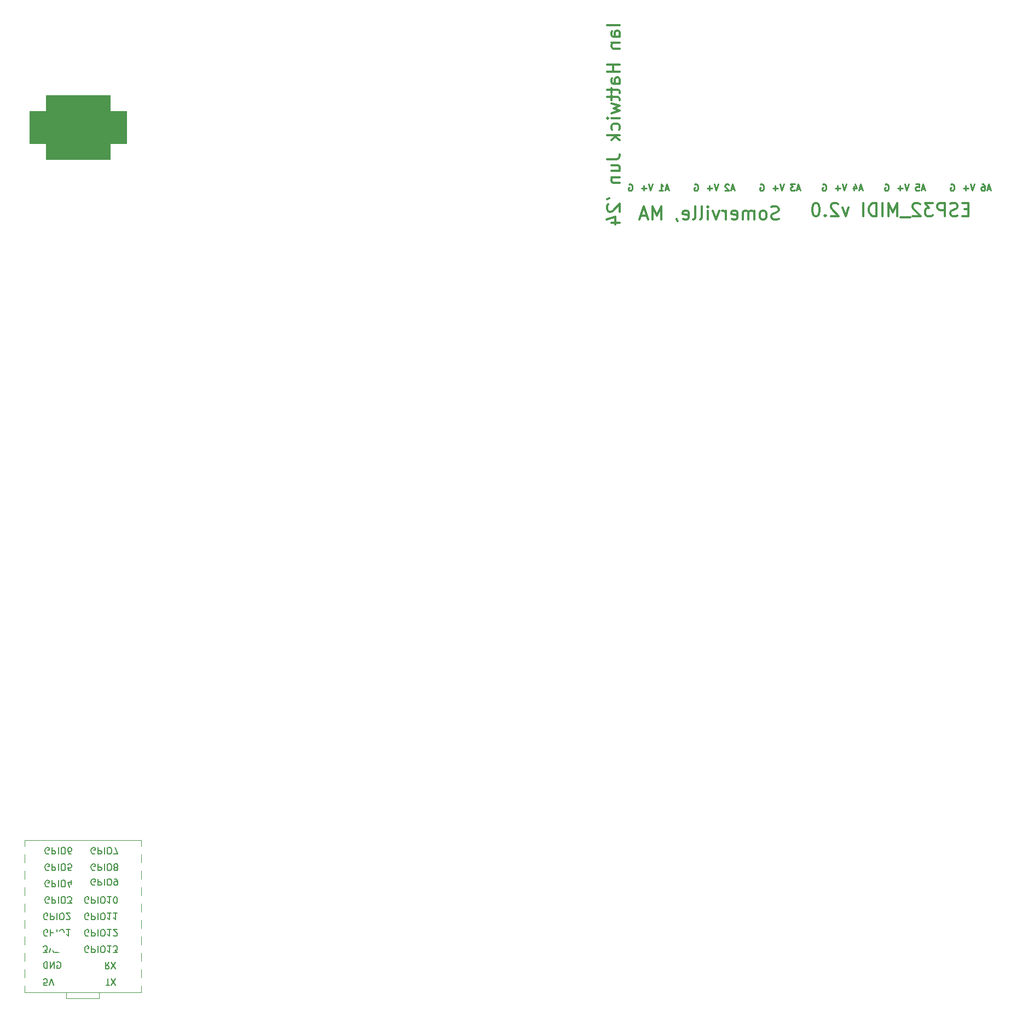
<source format=gbo>
G04 #@! TF.GenerationSoftware,KiCad,Pcbnew,7.0.5-0*
G04 #@! TF.CreationDate,2024-12-12T00:25:15-05:00*
G04 #@! TF.ProjectId,ESP32_MIDI_v3.kicad_pro,45535033-325f-44d4-9944-495f76332e6b,rev?*
G04 #@! TF.SameCoordinates,Original*
G04 #@! TF.FileFunction,Legend,Bot*
G04 #@! TF.FilePolarity,Positive*
%FSLAX46Y46*%
G04 Gerber Fmt 4.6, Leading zero omitted, Abs format (unit mm)*
G04 Created by KiCad (PCBNEW 7.0.5-0) date 2024-12-12 00:25:15*
%MOMM*%
%LPD*%
G01*
G04 APERTURE LIST*
G04 Aperture macros list*
%AMRoundRect*
0 Rectangle with rounded corners*
0 $1 Rounding radius*
0 $2 $3 $4 $5 $6 $7 $8 $9 X,Y pos of 4 corners*
0 Add a 4 corners polygon primitive as box body*
4,1,4,$2,$3,$4,$5,$6,$7,$8,$9,$2,$3,0*
0 Add four circle primitives for the rounded corners*
1,1,$1+$1,$2,$3*
1,1,$1+$1,$4,$5*
1,1,$1+$1,$6,$7*
1,1,$1+$1,$8,$9*
0 Add four rect primitives between the rounded corners*
20,1,$1+$1,$2,$3,$4,$5,0*
20,1,$1+$1,$4,$5,$6,$7,0*
20,1,$1+$1,$6,$7,$8,$9,0*
20,1,$1+$1,$8,$9,$2,$3,0*%
%AMFreePoly0*
4,1,25,0.515063,3.095106,0.530902,3.095106,0.543715,3.085796,0.558779,3.080902,0.568088,3.068088,0.580902,3.058779,0.585796,3.043715,0.595106,3.030902,0.595106,3.015062,0.600000,3.000000,0.600000,-1.000000,-0.600000,-1.000000,-0.600000,3.000000,-0.595106,3.015062,-0.595106,3.030902,-0.585796,3.043715,-0.580902,3.058779,-0.568088,3.068088,-0.558779,3.080902,-0.543715,3.085796,
-0.530902,3.095106,-0.515063,3.095106,-0.500000,3.100000,0.500000,3.100000,0.515063,3.095106,0.515063,3.095106,$1*%
G04 Aperture macros list end*
%ADD10C,0.250000*%
%ADD11C,0.300000*%
%ADD12C,0.150000*%
%ADD13C,0.120000*%
%ADD14C,2.340000*%
%ADD15C,3.200000*%
%ADD16FreePoly0,90.000000*%
%ADD17FreePoly0,270.000000*%
%ADD18RoundRect,2.500000X5.000000X2.500000X-5.000000X2.500000X-5.000000X-2.500000X5.000000X-2.500000X0*%
%ADD19R,1.800000X1.800000*%
%ADD20C,1.800000*%
G04 APERTURE END LIST*
D10*
X158744288Y-56776619D02*
X158410955Y-57776619D01*
X158410955Y-57776619D02*
X158077622Y-56776619D01*
X157744288Y-57395666D02*
X156982384Y-57395666D01*
X157363336Y-57776619D02*
X157363336Y-57014714D01*
X125057622Y-56824238D02*
X125152860Y-56776619D01*
X125152860Y-56776619D02*
X125295717Y-56776619D01*
X125295717Y-56776619D02*
X125438574Y-56824238D01*
X125438574Y-56824238D02*
X125533812Y-56919476D01*
X125533812Y-56919476D02*
X125581431Y-57014714D01*
X125581431Y-57014714D02*
X125629050Y-57205190D01*
X125629050Y-57205190D02*
X125629050Y-57348047D01*
X125629050Y-57348047D02*
X125581431Y-57538523D01*
X125581431Y-57538523D02*
X125533812Y-57633761D01*
X125533812Y-57633761D02*
X125438574Y-57729000D01*
X125438574Y-57729000D02*
X125295717Y-57776619D01*
X125295717Y-57776619D02*
X125200479Y-57776619D01*
X125200479Y-57776619D02*
X125057622Y-57729000D01*
X125057622Y-57729000D02*
X125010003Y-57681380D01*
X125010003Y-57681380D02*
X125010003Y-57348047D01*
X125010003Y-57348047D02*
X125200479Y-57348047D01*
X128772288Y-56776619D02*
X128438955Y-57776619D01*
X128438955Y-57776619D02*
X128105622Y-56776619D01*
X127772288Y-57395666D02*
X127010384Y-57395666D01*
X127391336Y-57776619D02*
X127391336Y-57014714D01*
X174841622Y-56824238D02*
X174936860Y-56776619D01*
X174936860Y-56776619D02*
X175079717Y-56776619D01*
X175079717Y-56776619D02*
X175222574Y-56824238D01*
X175222574Y-56824238D02*
X175317812Y-56919476D01*
X175317812Y-56919476D02*
X175365431Y-57014714D01*
X175365431Y-57014714D02*
X175413050Y-57205190D01*
X175413050Y-57205190D02*
X175413050Y-57348047D01*
X175413050Y-57348047D02*
X175365431Y-57538523D01*
X175365431Y-57538523D02*
X175317812Y-57633761D01*
X175317812Y-57633761D02*
X175222574Y-57729000D01*
X175222574Y-57729000D02*
X175079717Y-57776619D01*
X175079717Y-57776619D02*
X174984479Y-57776619D01*
X174984479Y-57776619D02*
X174841622Y-57729000D01*
X174841622Y-57729000D02*
X174794003Y-57681380D01*
X174794003Y-57681380D02*
X174794003Y-57348047D01*
X174794003Y-57348047D02*
X174984479Y-57348047D01*
X145377622Y-56824238D02*
X145472860Y-56776619D01*
X145472860Y-56776619D02*
X145615717Y-56776619D01*
X145615717Y-56776619D02*
X145758574Y-56824238D01*
X145758574Y-56824238D02*
X145853812Y-56919476D01*
X145853812Y-56919476D02*
X145901431Y-57014714D01*
X145901431Y-57014714D02*
X145949050Y-57205190D01*
X145949050Y-57205190D02*
X145949050Y-57348047D01*
X145949050Y-57348047D02*
X145901431Y-57538523D01*
X145901431Y-57538523D02*
X145853812Y-57633761D01*
X145853812Y-57633761D02*
X145758574Y-57729000D01*
X145758574Y-57729000D02*
X145615717Y-57776619D01*
X145615717Y-57776619D02*
X145520479Y-57776619D01*
X145520479Y-57776619D02*
X145377622Y-57729000D01*
X145377622Y-57729000D02*
X145330003Y-57681380D01*
X145330003Y-57681380D02*
X145330003Y-57348047D01*
X145330003Y-57348047D02*
X145520479Y-57348047D01*
D11*
X123691638Y-32169558D02*
X121691638Y-32169558D01*
X123691638Y-33979082D02*
X122644019Y-33979082D01*
X122644019Y-33979082D02*
X122453542Y-33883844D01*
X122453542Y-33883844D02*
X122358304Y-33693368D01*
X122358304Y-33693368D02*
X122358304Y-33312415D01*
X122358304Y-33312415D02*
X122453542Y-33121939D01*
X123596400Y-33979082D02*
X123691638Y-33788606D01*
X123691638Y-33788606D02*
X123691638Y-33312415D01*
X123691638Y-33312415D02*
X123596400Y-33121939D01*
X123596400Y-33121939D02*
X123405923Y-33026701D01*
X123405923Y-33026701D02*
X123215447Y-33026701D01*
X123215447Y-33026701D02*
X123024971Y-33121939D01*
X123024971Y-33121939D02*
X122929733Y-33312415D01*
X122929733Y-33312415D02*
X122929733Y-33788606D01*
X122929733Y-33788606D02*
X122834495Y-33979082D01*
X122358304Y-34931463D02*
X123691638Y-34931463D01*
X122548780Y-34931463D02*
X122453542Y-35026701D01*
X122453542Y-35026701D02*
X122358304Y-35217177D01*
X122358304Y-35217177D02*
X122358304Y-35502892D01*
X122358304Y-35502892D02*
X122453542Y-35693368D01*
X122453542Y-35693368D02*
X122644019Y-35788606D01*
X122644019Y-35788606D02*
X123691638Y-35788606D01*
X123691638Y-38264797D02*
X121691638Y-38264797D01*
X122644019Y-38264797D02*
X122644019Y-39407654D01*
X123691638Y-39407654D02*
X121691638Y-39407654D01*
X123691638Y-41217178D02*
X122644019Y-41217178D01*
X122644019Y-41217178D02*
X122453542Y-41121940D01*
X122453542Y-41121940D02*
X122358304Y-40931464D01*
X122358304Y-40931464D02*
X122358304Y-40550511D01*
X122358304Y-40550511D02*
X122453542Y-40360035D01*
X123596400Y-41217178D02*
X123691638Y-41026702D01*
X123691638Y-41026702D02*
X123691638Y-40550511D01*
X123691638Y-40550511D02*
X123596400Y-40360035D01*
X123596400Y-40360035D02*
X123405923Y-40264797D01*
X123405923Y-40264797D02*
X123215447Y-40264797D01*
X123215447Y-40264797D02*
X123024971Y-40360035D01*
X123024971Y-40360035D02*
X122929733Y-40550511D01*
X122929733Y-40550511D02*
X122929733Y-41026702D01*
X122929733Y-41026702D02*
X122834495Y-41217178D01*
X122358304Y-41883845D02*
X122358304Y-42645749D01*
X121691638Y-42169559D02*
X123405923Y-42169559D01*
X123405923Y-42169559D02*
X123596400Y-42264797D01*
X123596400Y-42264797D02*
X123691638Y-42455273D01*
X123691638Y-42455273D02*
X123691638Y-42645749D01*
X122358304Y-43026702D02*
X122358304Y-43788606D01*
X121691638Y-43312416D02*
X123405923Y-43312416D01*
X123405923Y-43312416D02*
X123596400Y-43407654D01*
X123596400Y-43407654D02*
X123691638Y-43598130D01*
X123691638Y-43598130D02*
X123691638Y-43788606D01*
X122358304Y-44264797D02*
X123691638Y-44645749D01*
X123691638Y-44645749D02*
X122739257Y-45026702D01*
X122739257Y-45026702D02*
X123691638Y-45407654D01*
X123691638Y-45407654D02*
X122358304Y-45788606D01*
X123691638Y-46550511D02*
X122358304Y-46550511D01*
X121691638Y-46550511D02*
X121786876Y-46455273D01*
X121786876Y-46455273D02*
X121882114Y-46550511D01*
X121882114Y-46550511D02*
X121786876Y-46645749D01*
X121786876Y-46645749D02*
X121691638Y-46550511D01*
X121691638Y-46550511D02*
X121882114Y-46550511D01*
X123596400Y-48360035D02*
X123691638Y-48169559D01*
X123691638Y-48169559D02*
X123691638Y-47788606D01*
X123691638Y-47788606D02*
X123596400Y-47598130D01*
X123596400Y-47598130D02*
X123501161Y-47502892D01*
X123501161Y-47502892D02*
X123310685Y-47407654D01*
X123310685Y-47407654D02*
X122739257Y-47407654D01*
X122739257Y-47407654D02*
X122548780Y-47502892D01*
X122548780Y-47502892D02*
X122453542Y-47598130D01*
X122453542Y-47598130D02*
X122358304Y-47788606D01*
X122358304Y-47788606D02*
X122358304Y-48169559D01*
X122358304Y-48169559D02*
X122453542Y-48360035D01*
X123691638Y-49217178D02*
X121691638Y-49217178D01*
X122929733Y-49407654D02*
X123691638Y-49979083D01*
X122358304Y-49979083D02*
X123120209Y-49217178D01*
X121691638Y-52931465D02*
X123120209Y-52931465D01*
X123120209Y-52931465D02*
X123405923Y-52836226D01*
X123405923Y-52836226D02*
X123596400Y-52645750D01*
X123596400Y-52645750D02*
X123691638Y-52360036D01*
X123691638Y-52360036D02*
X123691638Y-52169560D01*
X122358304Y-54740989D02*
X123691638Y-54740989D01*
X122358304Y-53883846D02*
X123405923Y-53883846D01*
X123405923Y-53883846D02*
X123596400Y-53979084D01*
X123596400Y-53979084D02*
X123691638Y-54169560D01*
X123691638Y-54169560D02*
X123691638Y-54455275D01*
X123691638Y-54455275D02*
X123596400Y-54645751D01*
X123596400Y-54645751D02*
X123501161Y-54740989D01*
X122358304Y-55693370D02*
X123691638Y-55693370D01*
X122548780Y-55693370D02*
X122453542Y-55788608D01*
X122453542Y-55788608D02*
X122358304Y-55979084D01*
X122358304Y-55979084D02*
X122358304Y-56264799D01*
X122358304Y-56264799D02*
X122453542Y-56455275D01*
X122453542Y-56455275D02*
X122644019Y-56550513D01*
X122644019Y-56550513D02*
X123691638Y-56550513D01*
X121691638Y-59121942D02*
X122072590Y-58931466D01*
X121882114Y-59883847D02*
X121786876Y-59979085D01*
X121786876Y-59979085D02*
X121691638Y-60169561D01*
X121691638Y-60169561D02*
X121691638Y-60645752D01*
X121691638Y-60645752D02*
X121786876Y-60836228D01*
X121786876Y-60836228D02*
X121882114Y-60931466D01*
X121882114Y-60931466D02*
X122072590Y-61026704D01*
X122072590Y-61026704D02*
X122263066Y-61026704D01*
X122263066Y-61026704D02*
X122548780Y-60931466D01*
X122548780Y-60931466D02*
X123691638Y-59788609D01*
X123691638Y-59788609D02*
X123691638Y-61026704D01*
X122358304Y-62740990D02*
X123691638Y-62740990D01*
X121596400Y-62264799D02*
X123024971Y-61788609D01*
X123024971Y-61788609D02*
X123024971Y-63026704D01*
D10*
X168396288Y-56776619D02*
X168062955Y-57776619D01*
X168062955Y-57776619D02*
X167729622Y-56776619D01*
X167396288Y-57395666D02*
X166634384Y-57395666D01*
X167015336Y-57776619D02*
X167015336Y-57014714D01*
X178556288Y-56776619D02*
X178222955Y-57776619D01*
X178222955Y-57776619D02*
X177889622Y-56776619D01*
X177556288Y-57395666D02*
X176794384Y-57395666D01*
X177175336Y-57776619D02*
X177175336Y-57014714D01*
X164681622Y-56824238D02*
X164776860Y-56776619D01*
X164776860Y-56776619D02*
X164919717Y-56776619D01*
X164919717Y-56776619D02*
X165062574Y-56824238D01*
X165062574Y-56824238D02*
X165157812Y-56919476D01*
X165157812Y-56919476D02*
X165205431Y-57014714D01*
X165205431Y-57014714D02*
X165253050Y-57205190D01*
X165253050Y-57205190D02*
X165253050Y-57348047D01*
X165253050Y-57348047D02*
X165205431Y-57538523D01*
X165205431Y-57538523D02*
X165157812Y-57633761D01*
X165157812Y-57633761D02*
X165062574Y-57729000D01*
X165062574Y-57729000D02*
X164919717Y-57776619D01*
X164919717Y-57776619D02*
X164824479Y-57776619D01*
X164824479Y-57776619D02*
X164681622Y-57729000D01*
X164681622Y-57729000D02*
X164634003Y-57681380D01*
X164634003Y-57681380D02*
X164634003Y-57348047D01*
X164634003Y-57348047D02*
X164824479Y-57348047D01*
D11*
X148265679Y-62128400D02*
X147979965Y-62223638D01*
X147979965Y-62223638D02*
X147503774Y-62223638D01*
X147503774Y-62223638D02*
X147313298Y-62128400D01*
X147313298Y-62128400D02*
X147218060Y-62033161D01*
X147218060Y-62033161D02*
X147122822Y-61842685D01*
X147122822Y-61842685D02*
X147122822Y-61652209D01*
X147122822Y-61652209D02*
X147218060Y-61461733D01*
X147218060Y-61461733D02*
X147313298Y-61366495D01*
X147313298Y-61366495D02*
X147503774Y-61271257D01*
X147503774Y-61271257D02*
X147884727Y-61176019D01*
X147884727Y-61176019D02*
X148075203Y-61080780D01*
X148075203Y-61080780D02*
X148170441Y-60985542D01*
X148170441Y-60985542D02*
X148265679Y-60795066D01*
X148265679Y-60795066D02*
X148265679Y-60604590D01*
X148265679Y-60604590D02*
X148170441Y-60414114D01*
X148170441Y-60414114D02*
X148075203Y-60318876D01*
X148075203Y-60318876D02*
X147884727Y-60223638D01*
X147884727Y-60223638D02*
X147408536Y-60223638D01*
X147408536Y-60223638D02*
X147122822Y-60318876D01*
X145979965Y-62223638D02*
X146170441Y-62128400D01*
X146170441Y-62128400D02*
X146265679Y-62033161D01*
X146265679Y-62033161D02*
X146360917Y-61842685D01*
X146360917Y-61842685D02*
X146360917Y-61271257D01*
X146360917Y-61271257D02*
X146265679Y-61080780D01*
X146265679Y-61080780D02*
X146170441Y-60985542D01*
X146170441Y-60985542D02*
X145979965Y-60890304D01*
X145979965Y-60890304D02*
X145694250Y-60890304D01*
X145694250Y-60890304D02*
X145503774Y-60985542D01*
X145503774Y-60985542D02*
X145408536Y-61080780D01*
X145408536Y-61080780D02*
X145313298Y-61271257D01*
X145313298Y-61271257D02*
X145313298Y-61842685D01*
X145313298Y-61842685D02*
X145408536Y-62033161D01*
X145408536Y-62033161D02*
X145503774Y-62128400D01*
X145503774Y-62128400D02*
X145694250Y-62223638D01*
X145694250Y-62223638D02*
X145979965Y-62223638D01*
X144456155Y-62223638D02*
X144456155Y-60890304D01*
X144456155Y-61080780D02*
X144360917Y-60985542D01*
X144360917Y-60985542D02*
X144170441Y-60890304D01*
X144170441Y-60890304D02*
X143884726Y-60890304D01*
X143884726Y-60890304D02*
X143694250Y-60985542D01*
X143694250Y-60985542D02*
X143599012Y-61176019D01*
X143599012Y-61176019D02*
X143599012Y-62223638D01*
X143599012Y-61176019D02*
X143503774Y-60985542D01*
X143503774Y-60985542D02*
X143313298Y-60890304D01*
X143313298Y-60890304D02*
X143027584Y-60890304D01*
X143027584Y-60890304D02*
X142837107Y-60985542D01*
X142837107Y-60985542D02*
X142741869Y-61176019D01*
X142741869Y-61176019D02*
X142741869Y-62223638D01*
X141027583Y-62128400D02*
X141218059Y-62223638D01*
X141218059Y-62223638D02*
X141599012Y-62223638D01*
X141599012Y-62223638D02*
X141789488Y-62128400D01*
X141789488Y-62128400D02*
X141884726Y-61937923D01*
X141884726Y-61937923D02*
X141884726Y-61176019D01*
X141884726Y-61176019D02*
X141789488Y-60985542D01*
X141789488Y-60985542D02*
X141599012Y-60890304D01*
X141599012Y-60890304D02*
X141218059Y-60890304D01*
X141218059Y-60890304D02*
X141027583Y-60985542D01*
X141027583Y-60985542D02*
X140932345Y-61176019D01*
X140932345Y-61176019D02*
X140932345Y-61366495D01*
X140932345Y-61366495D02*
X141884726Y-61556971D01*
X140075202Y-62223638D02*
X140075202Y-60890304D01*
X140075202Y-61271257D02*
X139979964Y-61080780D01*
X139979964Y-61080780D02*
X139884726Y-60985542D01*
X139884726Y-60985542D02*
X139694250Y-60890304D01*
X139694250Y-60890304D02*
X139503773Y-60890304D01*
X139027583Y-60890304D02*
X138551393Y-62223638D01*
X138551393Y-62223638D02*
X138075202Y-60890304D01*
X137313297Y-62223638D02*
X137313297Y-60890304D01*
X137313297Y-60223638D02*
X137408535Y-60318876D01*
X137408535Y-60318876D02*
X137313297Y-60414114D01*
X137313297Y-60414114D02*
X137218059Y-60318876D01*
X137218059Y-60318876D02*
X137313297Y-60223638D01*
X137313297Y-60223638D02*
X137313297Y-60414114D01*
X136075202Y-62223638D02*
X136265678Y-62128400D01*
X136265678Y-62128400D02*
X136360916Y-61937923D01*
X136360916Y-61937923D02*
X136360916Y-60223638D01*
X135027583Y-62223638D02*
X135218059Y-62128400D01*
X135218059Y-62128400D02*
X135313297Y-61937923D01*
X135313297Y-61937923D02*
X135313297Y-60223638D01*
X133503773Y-62128400D02*
X133694249Y-62223638D01*
X133694249Y-62223638D02*
X134075202Y-62223638D01*
X134075202Y-62223638D02*
X134265678Y-62128400D01*
X134265678Y-62128400D02*
X134360916Y-61937923D01*
X134360916Y-61937923D02*
X134360916Y-61176019D01*
X134360916Y-61176019D02*
X134265678Y-60985542D01*
X134265678Y-60985542D02*
X134075202Y-60890304D01*
X134075202Y-60890304D02*
X133694249Y-60890304D01*
X133694249Y-60890304D02*
X133503773Y-60985542D01*
X133503773Y-60985542D02*
X133408535Y-61176019D01*
X133408535Y-61176019D02*
X133408535Y-61366495D01*
X133408535Y-61366495D02*
X134360916Y-61556971D01*
X132456154Y-62128400D02*
X132456154Y-62223638D01*
X132456154Y-62223638D02*
X132551392Y-62414114D01*
X132551392Y-62414114D02*
X132646630Y-62509352D01*
X130075201Y-62223638D02*
X130075201Y-60223638D01*
X130075201Y-60223638D02*
X129408534Y-61652209D01*
X129408534Y-61652209D02*
X128741868Y-60223638D01*
X128741868Y-60223638D02*
X128741868Y-62223638D01*
X127884725Y-61652209D02*
X126932344Y-61652209D01*
X128075201Y-62223638D02*
X127408535Y-60223638D01*
X127408535Y-60223638D02*
X126741868Y-62223638D01*
D10*
X170841050Y-57490904D02*
X170364860Y-57490904D01*
X170936288Y-57776619D02*
X170602955Y-56776619D01*
X170602955Y-56776619D02*
X170269622Y-57776619D01*
X169460098Y-56776619D02*
X169936288Y-56776619D01*
X169936288Y-56776619D02*
X169983907Y-57252809D01*
X169983907Y-57252809D02*
X169936288Y-57205190D01*
X169936288Y-57205190D02*
X169841050Y-57157571D01*
X169841050Y-57157571D02*
X169602955Y-57157571D01*
X169602955Y-57157571D02*
X169507717Y-57205190D01*
X169507717Y-57205190D02*
X169460098Y-57252809D01*
X169460098Y-57252809D02*
X169412479Y-57348047D01*
X169412479Y-57348047D02*
X169412479Y-57586142D01*
X169412479Y-57586142D02*
X169460098Y-57681380D01*
X169460098Y-57681380D02*
X169507717Y-57729000D01*
X169507717Y-57729000D02*
X169602955Y-57776619D01*
X169602955Y-57776619D02*
X169841050Y-57776619D01*
X169841050Y-57776619D02*
X169936288Y-57729000D01*
X169936288Y-57729000D02*
X169983907Y-57681380D01*
X151537050Y-57490904D02*
X151060860Y-57490904D01*
X151632288Y-57776619D02*
X151298955Y-56776619D01*
X151298955Y-56776619D02*
X150965622Y-57776619D01*
X150727526Y-56776619D02*
X150108479Y-56776619D01*
X150108479Y-56776619D02*
X150441812Y-57157571D01*
X150441812Y-57157571D02*
X150298955Y-57157571D01*
X150298955Y-57157571D02*
X150203717Y-57205190D01*
X150203717Y-57205190D02*
X150156098Y-57252809D01*
X150156098Y-57252809D02*
X150108479Y-57348047D01*
X150108479Y-57348047D02*
X150108479Y-57586142D01*
X150108479Y-57586142D02*
X150156098Y-57681380D01*
X150156098Y-57681380D02*
X150203717Y-57729000D01*
X150203717Y-57729000D02*
X150298955Y-57776619D01*
X150298955Y-57776619D02*
X150584669Y-57776619D01*
X150584669Y-57776619D02*
X150679907Y-57729000D01*
X150679907Y-57729000D02*
X150727526Y-57681380D01*
X181001050Y-57490904D02*
X180524860Y-57490904D01*
X181096288Y-57776619D02*
X180762955Y-56776619D01*
X180762955Y-56776619D02*
X180429622Y-57776619D01*
X179667717Y-56776619D02*
X179858193Y-56776619D01*
X179858193Y-56776619D02*
X179953431Y-56824238D01*
X179953431Y-56824238D02*
X180001050Y-56871857D01*
X180001050Y-56871857D02*
X180096288Y-57014714D01*
X180096288Y-57014714D02*
X180143907Y-57205190D01*
X180143907Y-57205190D02*
X180143907Y-57586142D01*
X180143907Y-57586142D02*
X180096288Y-57681380D01*
X180096288Y-57681380D02*
X180048669Y-57729000D01*
X180048669Y-57729000D02*
X179953431Y-57776619D01*
X179953431Y-57776619D02*
X179762955Y-57776619D01*
X179762955Y-57776619D02*
X179667717Y-57729000D01*
X179667717Y-57729000D02*
X179620098Y-57681380D01*
X179620098Y-57681380D02*
X179572479Y-57586142D01*
X179572479Y-57586142D02*
X179572479Y-57348047D01*
X179572479Y-57348047D02*
X179620098Y-57252809D01*
X179620098Y-57252809D02*
X179667717Y-57205190D01*
X179667717Y-57205190D02*
X179762955Y-57157571D01*
X179762955Y-57157571D02*
X179953431Y-57157571D01*
X179953431Y-57157571D02*
X180048669Y-57205190D01*
X180048669Y-57205190D02*
X180096288Y-57252809D01*
X180096288Y-57252809D02*
X180143907Y-57348047D01*
X149092288Y-56776619D02*
X148758955Y-57776619D01*
X148758955Y-57776619D02*
X148425622Y-56776619D01*
X148092288Y-57395666D02*
X147330384Y-57395666D01*
X147711336Y-57776619D02*
X147711336Y-57014714D01*
X138932288Y-56776619D02*
X138598955Y-57776619D01*
X138598955Y-57776619D02*
X138265622Y-56776619D01*
X137932288Y-57395666D02*
X137170384Y-57395666D01*
X137551336Y-57776619D02*
X137551336Y-57014714D01*
X161189050Y-57490904D02*
X160712860Y-57490904D01*
X161284288Y-57776619D02*
X160950955Y-56776619D01*
X160950955Y-56776619D02*
X160617622Y-57776619D01*
X159855717Y-57109952D02*
X159855717Y-57776619D01*
X160093812Y-56729000D02*
X160331907Y-57443285D01*
X160331907Y-57443285D02*
X159712860Y-57443285D01*
D11*
X177634441Y-60668019D02*
X176967774Y-60668019D01*
X176682060Y-61715638D02*
X177634441Y-61715638D01*
X177634441Y-61715638D02*
X177634441Y-59715638D01*
X177634441Y-59715638D02*
X176682060Y-59715638D01*
X175920155Y-61620400D02*
X175634441Y-61715638D01*
X175634441Y-61715638D02*
X175158250Y-61715638D01*
X175158250Y-61715638D02*
X174967774Y-61620400D01*
X174967774Y-61620400D02*
X174872536Y-61525161D01*
X174872536Y-61525161D02*
X174777298Y-61334685D01*
X174777298Y-61334685D02*
X174777298Y-61144209D01*
X174777298Y-61144209D02*
X174872536Y-60953733D01*
X174872536Y-60953733D02*
X174967774Y-60858495D01*
X174967774Y-60858495D02*
X175158250Y-60763257D01*
X175158250Y-60763257D02*
X175539203Y-60668019D01*
X175539203Y-60668019D02*
X175729679Y-60572780D01*
X175729679Y-60572780D02*
X175824917Y-60477542D01*
X175824917Y-60477542D02*
X175920155Y-60287066D01*
X175920155Y-60287066D02*
X175920155Y-60096590D01*
X175920155Y-60096590D02*
X175824917Y-59906114D01*
X175824917Y-59906114D02*
X175729679Y-59810876D01*
X175729679Y-59810876D02*
X175539203Y-59715638D01*
X175539203Y-59715638D02*
X175063012Y-59715638D01*
X175063012Y-59715638D02*
X174777298Y-59810876D01*
X173920155Y-61715638D02*
X173920155Y-59715638D01*
X173920155Y-59715638D02*
X173158250Y-59715638D01*
X173158250Y-59715638D02*
X172967774Y-59810876D01*
X172967774Y-59810876D02*
X172872536Y-59906114D01*
X172872536Y-59906114D02*
X172777298Y-60096590D01*
X172777298Y-60096590D02*
X172777298Y-60382304D01*
X172777298Y-60382304D02*
X172872536Y-60572780D01*
X172872536Y-60572780D02*
X172967774Y-60668019D01*
X172967774Y-60668019D02*
X173158250Y-60763257D01*
X173158250Y-60763257D02*
X173920155Y-60763257D01*
X172110631Y-59715638D02*
X170872536Y-59715638D01*
X170872536Y-59715638D02*
X171539203Y-60477542D01*
X171539203Y-60477542D02*
X171253488Y-60477542D01*
X171253488Y-60477542D02*
X171063012Y-60572780D01*
X171063012Y-60572780D02*
X170967774Y-60668019D01*
X170967774Y-60668019D02*
X170872536Y-60858495D01*
X170872536Y-60858495D02*
X170872536Y-61334685D01*
X170872536Y-61334685D02*
X170967774Y-61525161D01*
X170967774Y-61525161D02*
X171063012Y-61620400D01*
X171063012Y-61620400D02*
X171253488Y-61715638D01*
X171253488Y-61715638D02*
X171824917Y-61715638D01*
X171824917Y-61715638D02*
X172015393Y-61620400D01*
X172015393Y-61620400D02*
X172110631Y-61525161D01*
X170110631Y-59906114D02*
X170015393Y-59810876D01*
X170015393Y-59810876D02*
X169824917Y-59715638D01*
X169824917Y-59715638D02*
X169348726Y-59715638D01*
X169348726Y-59715638D02*
X169158250Y-59810876D01*
X169158250Y-59810876D02*
X169063012Y-59906114D01*
X169063012Y-59906114D02*
X168967774Y-60096590D01*
X168967774Y-60096590D02*
X168967774Y-60287066D01*
X168967774Y-60287066D02*
X169063012Y-60572780D01*
X169063012Y-60572780D02*
X170205869Y-61715638D01*
X170205869Y-61715638D02*
X168967774Y-61715638D01*
X168586822Y-61906114D02*
X167063012Y-61906114D01*
X166586821Y-61715638D02*
X166586821Y-59715638D01*
X166586821Y-59715638D02*
X165920154Y-61144209D01*
X165920154Y-61144209D02*
X165253488Y-59715638D01*
X165253488Y-59715638D02*
X165253488Y-61715638D01*
X164301107Y-61715638D02*
X164301107Y-59715638D01*
X163348726Y-61715638D02*
X163348726Y-59715638D01*
X163348726Y-59715638D02*
X162872536Y-59715638D01*
X162872536Y-59715638D02*
X162586821Y-59810876D01*
X162586821Y-59810876D02*
X162396345Y-60001352D01*
X162396345Y-60001352D02*
X162301107Y-60191828D01*
X162301107Y-60191828D02*
X162205869Y-60572780D01*
X162205869Y-60572780D02*
X162205869Y-60858495D01*
X162205869Y-60858495D02*
X162301107Y-61239447D01*
X162301107Y-61239447D02*
X162396345Y-61429923D01*
X162396345Y-61429923D02*
X162586821Y-61620400D01*
X162586821Y-61620400D02*
X162872536Y-61715638D01*
X162872536Y-61715638D02*
X163348726Y-61715638D01*
X161348726Y-61715638D02*
X161348726Y-59715638D01*
X159063011Y-60382304D02*
X158586821Y-61715638D01*
X158586821Y-61715638D02*
X158110630Y-60382304D01*
X157443963Y-59906114D02*
X157348725Y-59810876D01*
X157348725Y-59810876D02*
X157158249Y-59715638D01*
X157158249Y-59715638D02*
X156682058Y-59715638D01*
X156682058Y-59715638D02*
X156491582Y-59810876D01*
X156491582Y-59810876D02*
X156396344Y-59906114D01*
X156396344Y-59906114D02*
X156301106Y-60096590D01*
X156301106Y-60096590D02*
X156301106Y-60287066D01*
X156301106Y-60287066D02*
X156396344Y-60572780D01*
X156396344Y-60572780D02*
X157539201Y-61715638D01*
X157539201Y-61715638D02*
X156301106Y-61715638D01*
X155443963Y-61525161D02*
X155348725Y-61620400D01*
X155348725Y-61620400D02*
X155443963Y-61715638D01*
X155443963Y-61715638D02*
X155539201Y-61620400D01*
X155539201Y-61620400D02*
X155443963Y-61525161D01*
X155443963Y-61525161D02*
X155443963Y-61715638D01*
X154110630Y-59715638D02*
X153920153Y-59715638D01*
X153920153Y-59715638D02*
X153729677Y-59810876D01*
X153729677Y-59810876D02*
X153634439Y-59906114D01*
X153634439Y-59906114D02*
X153539201Y-60096590D01*
X153539201Y-60096590D02*
X153443963Y-60477542D01*
X153443963Y-60477542D02*
X153443963Y-60953733D01*
X153443963Y-60953733D02*
X153539201Y-61334685D01*
X153539201Y-61334685D02*
X153634439Y-61525161D01*
X153634439Y-61525161D02*
X153729677Y-61620400D01*
X153729677Y-61620400D02*
X153920153Y-61715638D01*
X153920153Y-61715638D02*
X154110630Y-61715638D01*
X154110630Y-61715638D02*
X154301106Y-61620400D01*
X154301106Y-61620400D02*
X154396344Y-61525161D01*
X154396344Y-61525161D02*
X154491582Y-61334685D01*
X154491582Y-61334685D02*
X154586820Y-60953733D01*
X154586820Y-60953733D02*
X154586820Y-60477542D01*
X154586820Y-60477542D02*
X154491582Y-60096590D01*
X154491582Y-60096590D02*
X154396344Y-59906114D01*
X154396344Y-59906114D02*
X154301106Y-59810876D01*
X154301106Y-59810876D02*
X154110630Y-59715638D01*
D10*
X135217622Y-56824238D02*
X135312860Y-56776619D01*
X135312860Y-56776619D02*
X135455717Y-56776619D01*
X135455717Y-56776619D02*
X135598574Y-56824238D01*
X135598574Y-56824238D02*
X135693812Y-56919476D01*
X135693812Y-56919476D02*
X135741431Y-57014714D01*
X135741431Y-57014714D02*
X135789050Y-57205190D01*
X135789050Y-57205190D02*
X135789050Y-57348047D01*
X135789050Y-57348047D02*
X135741431Y-57538523D01*
X135741431Y-57538523D02*
X135693812Y-57633761D01*
X135693812Y-57633761D02*
X135598574Y-57729000D01*
X135598574Y-57729000D02*
X135455717Y-57776619D01*
X135455717Y-57776619D02*
X135360479Y-57776619D01*
X135360479Y-57776619D02*
X135217622Y-57729000D01*
X135217622Y-57729000D02*
X135170003Y-57681380D01*
X135170003Y-57681380D02*
X135170003Y-57348047D01*
X135170003Y-57348047D02*
X135360479Y-57348047D01*
X155029622Y-56824238D02*
X155124860Y-56776619D01*
X155124860Y-56776619D02*
X155267717Y-56776619D01*
X155267717Y-56776619D02*
X155410574Y-56824238D01*
X155410574Y-56824238D02*
X155505812Y-56919476D01*
X155505812Y-56919476D02*
X155553431Y-57014714D01*
X155553431Y-57014714D02*
X155601050Y-57205190D01*
X155601050Y-57205190D02*
X155601050Y-57348047D01*
X155601050Y-57348047D02*
X155553431Y-57538523D01*
X155553431Y-57538523D02*
X155505812Y-57633761D01*
X155505812Y-57633761D02*
X155410574Y-57729000D01*
X155410574Y-57729000D02*
X155267717Y-57776619D01*
X155267717Y-57776619D02*
X155172479Y-57776619D01*
X155172479Y-57776619D02*
X155029622Y-57729000D01*
X155029622Y-57729000D02*
X154982003Y-57681380D01*
X154982003Y-57681380D02*
X154982003Y-57348047D01*
X154982003Y-57348047D02*
X155172479Y-57348047D01*
X141377050Y-57490904D02*
X140900860Y-57490904D01*
X141472288Y-57776619D02*
X141138955Y-56776619D01*
X141138955Y-56776619D02*
X140805622Y-57776619D01*
X140519907Y-56871857D02*
X140472288Y-56824238D01*
X140472288Y-56824238D02*
X140377050Y-56776619D01*
X140377050Y-56776619D02*
X140138955Y-56776619D01*
X140138955Y-56776619D02*
X140043717Y-56824238D01*
X140043717Y-56824238D02*
X139996098Y-56871857D01*
X139996098Y-56871857D02*
X139948479Y-56967095D01*
X139948479Y-56967095D02*
X139948479Y-57062333D01*
X139948479Y-57062333D02*
X139996098Y-57205190D01*
X139996098Y-57205190D02*
X140567526Y-57776619D01*
X140567526Y-57776619D02*
X139948479Y-57776619D01*
X131217050Y-57490904D02*
X130740860Y-57490904D01*
X131312288Y-57776619D02*
X130978955Y-56776619D01*
X130978955Y-56776619D02*
X130645622Y-57776619D01*
X129788479Y-57776619D02*
X130359907Y-57776619D01*
X130074193Y-57776619D02*
X130074193Y-56776619D01*
X130074193Y-56776619D02*
X130169431Y-56919476D01*
X130169431Y-56919476D02*
X130264669Y-57014714D01*
X130264669Y-57014714D02*
X130359907Y-57062333D01*
D12*
X41480588Y-175577561D02*
X41385350Y-175625180D01*
X41385350Y-175625180D02*
X41242493Y-175625180D01*
X41242493Y-175625180D02*
X41099636Y-175577561D01*
X41099636Y-175577561D02*
X41004398Y-175482323D01*
X41004398Y-175482323D02*
X40956779Y-175387085D01*
X40956779Y-175387085D02*
X40909160Y-175196609D01*
X40909160Y-175196609D02*
X40909160Y-175053752D01*
X40909160Y-175053752D02*
X40956779Y-174863276D01*
X40956779Y-174863276D02*
X41004398Y-174768038D01*
X41004398Y-174768038D02*
X41099636Y-174672800D01*
X41099636Y-174672800D02*
X41242493Y-174625180D01*
X41242493Y-174625180D02*
X41337731Y-174625180D01*
X41337731Y-174625180D02*
X41480588Y-174672800D01*
X41480588Y-174672800D02*
X41528207Y-174720419D01*
X41528207Y-174720419D02*
X41528207Y-175053752D01*
X41528207Y-175053752D02*
X41337731Y-175053752D01*
X41956779Y-174625180D02*
X41956779Y-175625180D01*
X41956779Y-175625180D02*
X42337731Y-175625180D01*
X42337731Y-175625180D02*
X42432969Y-175577561D01*
X42432969Y-175577561D02*
X42480588Y-175529942D01*
X42480588Y-175529942D02*
X42528207Y-175434704D01*
X42528207Y-175434704D02*
X42528207Y-175291847D01*
X42528207Y-175291847D02*
X42480588Y-175196609D01*
X42480588Y-175196609D02*
X42432969Y-175148990D01*
X42432969Y-175148990D02*
X42337731Y-175101371D01*
X42337731Y-175101371D02*
X41956779Y-175101371D01*
X42956779Y-174625180D02*
X42956779Y-175625180D01*
X43623445Y-175625180D02*
X43813921Y-175625180D01*
X43813921Y-175625180D02*
X43909159Y-175577561D01*
X43909159Y-175577561D02*
X44004397Y-175482323D01*
X44004397Y-175482323D02*
X44052016Y-175291847D01*
X44052016Y-175291847D02*
X44052016Y-174958514D01*
X44052016Y-174958514D02*
X44004397Y-174768038D01*
X44004397Y-174768038D02*
X43909159Y-174672800D01*
X43909159Y-174672800D02*
X43813921Y-174625180D01*
X43813921Y-174625180D02*
X43623445Y-174625180D01*
X43623445Y-174625180D02*
X43528207Y-174672800D01*
X43528207Y-174672800D02*
X43432969Y-174768038D01*
X43432969Y-174768038D02*
X43385350Y-174958514D01*
X43385350Y-174958514D02*
X43385350Y-175291847D01*
X43385350Y-175291847D02*
X43432969Y-175482323D01*
X43432969Y-175482323D02*
X43528207Y-175577561D01*
X43528207Y-175577561D02*
X43623445Y-175625180D01*
X45004397Y-174625180D02*
X44432969Y-174625180D01*
X44718683Y-174625180D02*
X44718683Y-175625180D01*
X44718683Y-175625180D02*
X44623445Y-175482323D01*
X44623445Y-175482323D02*
X44528207Y-175387085D01*
X44528207Y-175387085D02*
X44432969Y-175339466D01*
X45337731Y-175625180D02*
X45956778Y-175625180D01*
X45956778Y-175625180D02*
X45623445Y-175244228D01*
X45623445Y-175244228D02*
X45766302Y-175244228D01*
X45766302Y-175244228D02*
X45861540Y-175196609D01*
X45861540Y-175196609D02*
X45909159Y-175148990D01*
X45909159Y-175148990D02*
X45956778Y-175053752D01*
X45956778Y-175053752D02*
X45956778Y-174815657D01*
X45956778Y-174815657D02*
X45909159Y-174720419D01*
X45909159Y-174720419D02*
X45861540Y-174672800D01*
X45861540Y-174672800D02*
X45766302Y-174625180D01*
X45766302Y-174625180D02*
X45480588Y-174625180D01*
X45480588Y-174625180D02*
X45385350Y-174672800D01*
X45385350Y-174672800D02*
X45337731Y-174720419D01*
X35082969Y-180705180D02*
X34606779Y-180705180D01*
X34606779Y-180705180D02*
X34559160Y-180228990D01*
X34559160Y-180228990D02*
X34606779Y-180276609D01*
X34606779Y-180276609D02*
X34702017Y-180324228D01*
X34702017Y-180324228D02*
X34940112Y-180324228D01*
X34940112Y-180324228D02*
X35035350Y-180276609D01*
X35035350Y-180276609D02*
X35082969Y-180228990D01*
X35082969Y-180228990D02*
X35130588Y-180133752D01*
X35130588Y-180133752D02*
X35130588Y-179895657D01*
X35130588Y-179895657D02*
X35082969Y-179800419D01*
X35082969Y-179800419D02*
X35035350Y-179752800D01*
X35035350Y-179752800D02*
X34940112Y-179705180D01*
X34940112Y-179705180D02*
X34702017Y-179705180D01*
X34702017Y-179705180D02*
X34606779Y-179752800D01*
X34606779Y-179752800D02*
X34559160Y-179800419D01*
X35416303Y-180705180D02*
X35749636Y-179705180D01*
X35749636Y-179705180D02*
X36082969Y-180705180D01*
X35360587Y-167957561D02*
X35265349Y-168005180D01*
X35265349Y-168005180D02*
X35122492Y-168005180D01*
X35122492Y-168005180D02*
X34979635Y-167957561D01*
X34979635Y-167957561D02*
X34884397Y-167862323D01*
X34884397Y-167862323D02*
X34836778Y-167767085D01*
X34836778Y-167767085D02*
X34789159Y-167576609D01*
X34789159Y-167576609D02*
X34789159Y-167433752D01*
X34789159Y-167433752D02*
X34836778Y-167243276D01*
X34836778Y-167243276D02*
X34884397Y-167148038D01*
X34884397Y-167148038D02*
X34979635Y-167052800D01*
X34979635Y-167052800D02*
X35122492Y-167005180D01*
X35122492Y-167005180D02*
X35217730Y-167005180D01*
X35217730Y-167005180D02*
X35360587Y-167052800D01*
X35360587Y-167052800D02*
X35408206Y-167100419D01*
X35408206Y-167100419D02*
X35408206Y-167433752D01*
X35408206Y-167433752D02*
X35217730Y-167433752D01*
X35836778Y-167005180D02*
X35836778Y-168005180D01*
X35836778Y-168005180D02*
X36217730Y-168005180D01*
X36217730Y-168005180D02*
X36312968Y-167957561D01*
X36312968Y-167957561D02*
X36360587Y-167909942D01*
X36360587Y-167909942D02*
X36408206Y-167814704D01*
X36408206Y-167814704D02*
X36408206Y-167671847D01*
X36408206Y-167671847D02*
X36360587Y-167576609D01*
X36360587Y-167576609D02*
X36312968Y-167528990D01*
X36312968Y-167528990D02*
X36217730Y-167481371D01*
X36217730Y-167481371D02*
X35836778Y-167481371D01*
X36836778Y-167005180D02*
X36836778Y-168005180D01*
X37503444Y-168005180D02*
X37693920Y-168005180D01*
X37693920Y-168005180D02*
X37789158Y-167957561D01*
X37789158Y-167957561D02*
X37884396Y-167862323D01*
X37884396Y-167862323D02*
X37932015Y-167671847D01*
X37932015Y-167671847D02*
X37932015Y-167338514D01*
X37932015Y-167338514D02*
X37884396Y-167148038D01*
X37884396Y-167148038D02*
X37789158Y-167052800D01*
X37789158Y-167052800D02*
X37693920Y-167005180D01*
X37693920Y-167005180D02*
X37503444Y-167005180D01*
X37503444Y-167005180D02*
X37408206Y-167052800D01*
X37408206Y-167052800D02*
X37312968Y-167148038D01*
X37312968Y-167148038D02*
X37265349Y-167338514D01*
X37265349Y-167338514D02*
X37265349Y-167671847D01*
X37265349Y-167671847D02*
X37312968Y-167862323D01*
X37312968Y-167862323D02*
X37408206Y-167957561D01*
X37408206Y-167957561D02*
X37503444Y-168005180D01*
X38265349Y-168005180D02*
X38884396Y-168005180D01*
X38884396Y-168005180D02*
X38551063Y-167624228D01*
X38551063Y-167624228D02*
X38693920Y-167624228D01*
X38693920Y-167624228D02*
X38789158Y-167576609D01*
X38789158Y-167576609D02*
X38836777Y-167528990D01*
X38836777Y-167528990D02*
X38884396Y-167433752D01*
X38884396Y-167433752D02*
X38884396Y-167195657D01*
X38884396Y-167195657D02*
X38836777Y-167100419D01*
X38836777Y-167100419D02*
X38789158Y-167052800D01*
X38789158Y-167052800D02*
X38693920Y-167005180D01*
X38693920Y-167005180D02*
X38408206Y-167005180D01*
X38408206Y-167005180D02*
X38312968Y-167052800D01*
X38312968Y-167052800D02*
X38265349Y-167100419D01*
X35130588Y-170497561D02*
X35035350Y-170545180D01*
X35035350Y-170545180D02*
X34892493Y-170545180D01*
X34892493Y-170545180D02*
X34749636Y-170497561D01*
X34749636Y-170497561D02*
X34654398Y-170402323D01*
X34654398Y-170402323D02*
X34606779Y-170307085D01*
X34606779Y-170307085D02*
X34559160Y-170116609D01*
X34559160Y-170116609D02*
X34559160Y-169973752D01*
X34559160Y-169973752D02*
X34606779Y-169783276D01*
X34606779Y-169783276D02*
X34654398Y-169688038D01*
X34654398Y-169688038D02*
X34749636Y-169592800D01*
X34749636Y-169592800D02*
X34892493Y-169545180D01*
X34892493Y-169545180D02*
X34987731Y-169545180D01*
X34987731Y-169545180D02*
X35130588Y-169592800D01*
X35130588Y-169592800D02*
X35178207Y-169640419D01*
X35178207Y-169640419D02*
X35178207Y-169973752D01*
X35178207Y-169973752D02*
X34987731Y-169973752D01*
X35606779Y-169545180D02*
X35606779Y-170545180D01*
X35606779Y-170545180D02*
X35987731Y-170545180D01*
X35987731Y-170545180D02*
X36082969Y-170497561D01*
X36082969Y-170497561D02*
X36130588Y-170449942D01*
X36130588Y-170449942D02*
X36178207Y-170354704D01*
X36178207Y-170354704D02*
X36178207Y-170211847D01*
X36178207Y-170211847D02*
X36130588Y-170116609D01*
X36130588Y-170116609D02*
X36082969Y-170068990D01*
X36082969Y-170068990D02*
X35987731Y-170021371D01*
X35987731Y-170021371D02*
X35606779Y-170021371D01*
X36606779Y-169545180D02*
X36606779Y-170545180D01*
X37273445Y-170545180D02*
X37463921Y-170545180D01*
X37463921Y-170545180D02*
X37559159Y-170497561D01*
X37559159Y-170497561D02*
X37654397Y-170402323D01*
X37654397Y-170402323D02*
X37702016Y-170211847D01*
X37702016Y-170211847D02*
X37702016Y-169878514D01*
X37702016Y-169878514D02*
X37654397Y-169688038D01*
X37654397Y-169688038D02*
X37559159Y-169592800D01*
X37559159Y-169592800D02*
X37463921Y-169545180D01*
X37463921Y-169545180D02*
X37273445Y-169545180D01*
X37273445Y-169545180D02*
X37178207Y-169592800D01*
X37178207Y-169592800D02*
X37082969Y-169688038D01*
X37082969Y-169688038D02*
X37035350Y-169878514D01*
X37035350Y-169878514D02*
X37035350Y-170211847D01*
X37035350Y-170211847D02*
X37082969Y-170402323D01*
X37082969Y-170402323D02*
X37178207Y-170497561D01*
X37178207Y-170497561D02*
X37273445Y-170545180D01*
X38082969Y-170449942D02*
X38130588Y-170497561D01*
X38130588Y-170497561D02*
X38225826Y-170545180D01*
X38225826Y-170545180D02*
X38463921Y-170545180D01*
X38463921Y-170545180D02*
X38559159Y-170497561D01*
X38559159Y-170497561D02*
X38606778Y-170449942D01*
X38606778Y-170449942D02*
X38654397Y-170354704D01*
X38654397Y-170354704D02*
X38654397Y-170259466D01*
X38654397Y-170259466D02*
X38606778Y-170116609D01*
X38606778Y-170116609D02*
X38035350Y-169545180D01*
X38035350Y-169545180D02*
X38654397Y-169545180D01*
X41480588Y-173037561D02*
X41385350Y-173085180D01*
X41385350Y-173085180D02*
X41242493Y-173085180D01*
X41242493Y-173085180D02*
X41099636Y-173037561D01*
X41099636Y-173037561D02*
X41004398Y-172942323D01*
X41004398Y-172942323D02*
X40956779Y-172847085D01*
X40956779Y-172847085D02*
X40909160Y-172656609D01*
X40909160Y-172656609D02*
X40909160Y-172513752D01*
X40909160Y-172513752D02*
X40956779Y-172323276D01*
X40956779Y-172323276D02*
X41004398Y-172228038D01*
X41004398Y-172228038D02*
X41099636Y-172132800D01*
X41099636Y-172132800D02*
X41242493Y-172085180D01*
X41242493Y-172085180D02*
X41337731Y-172085180D01*
X41337731Y-172085180D02*
X41480588Y-172132800D01*
X41480588Y-172132800D02*
X41528207Y-172180419D01*
X41528207Y-172180419D02*
X41528207Y-172513752D01*
X41528207Y-172513752D02*
X41337731Y-172513752D01*
X41956779Y-172085180D02*
X41956779Y-173085180D01*
X41956779Y-173085180D02*
X42337731Y-173085180D01*
X42337731Y-173085180D02*
X42432969Y-173037561D01*
X42432969Y-173037561D02*
X42480588Y-172989942D01*
X42480588Y-172989942D02*
X42528207Y-172894704D01*
X42528207Y-172894704D02*
X42528207Y-172751847D01*
X42528207Y-172751847D02*
X42480588Y-172656609D01*
X42480588Y-172656609D02*
X42432969Y-172608990D01*
X42432969Y-172608990D02*
X42337731Y-172561371D01*
X42337731Y-172561371D02*
X41956779Y-172561371D01*
X42956779Y-172085180D02*
X42956779Y-173085180D01*
X43623445Y-173085180D02*
X43813921Y-173085180D01*
X43813921Y-173085180D02*
X43909159Y-173037561D01*
X43909159Y-173037561D02*
X44004397Y-172942323D01*
X44004397Y-172942323D02*
X44052016Y-172751847D01*
X44052016Y-172751847D02*
X44052016Y-172418514D01*
X44052016Y-172418514D02*
X44004397Y-172228038D01*
X44004397Y-172228038D02*
X43909159Y-172132800D01*
X43909159Y-172132800D02*
X43813921Y-172085180D01*
X43813921Y-172085180D02*
X43623445Y-172085180D01*
X43623445Y-172085180D02*
X43528207Y-172132800D01*
X43528207Y-172132800D02*
X43432969Y-172228038D01*
X43432969Y-172228038D02*
X43385350Y-172418514D01*
X43385350Y-172418514D02*
X43385350Y-172751847D01*
X43385350Y-172751847D02*
X43432969Y-172942323D01*
X43432969Y-172942323D02*
X43528207Y-173037561D01*
X43528207Y-173037561D02*
X43623445Y-173085180D01*
X45004397Y-172085180D02*
X44432969Y-172085180D01*
X44718683Y-172085180D02*
X44718683Y-173085180D01*
X44718683Y-173085180D02*
X44623445Y-172942323D01*
X44623445Y-172942323D02*
X44528207Y-172847085D01*
X44528207Y-172847085D02*
X44432969Y-172799466D01*
X45385350Y-172989942D02*
X45432969Y-173037561D01*
X45432969Y-173037561D02*
X45528207Y-173085180D01*
X45528207Y-173085180D02*
X45766302Y-173085180D01*
X45766302Y-173085180D02*
X45861540Y-173037561D01*
X45861540Y-173037561D02*
X45909159Y-172989942D01*
X45909159Y-172989942D02*
X45956778Y-172894704D01*
X45956778Y-172894704D02*
X45956778Y-172799466D01*
X45956778Y-172799466D02*
X45909159Y-172656609D01*
X45909159Y-172656609D02*
X45337731Y-172085180D01*
X45337731Y-172085180D02*
X45956778Y-172085180D01*
X35360587Y-162877561D02*
X35265349Y-162925180D01*
X35265349Y-162925180D02*
X35122492Y-162925180D01*
X35122492Y-162925180D02*
X34979635Y-162877561D01*
X34979635Y-162877561D02*
X34884397Y-162782323D01*
X34884397Y-162782323D02*
X34836778Y-162687085D01*
X34836778Y-162687085D02*
X34789159Y-162496609D01*
X34789159Y-162496609D02*
X34789159Y-162353752D01*
X34789159Y-162353752D02*
X34836778Y-162163276D01*
X34836778Y-162163276D02*
X34884397Y-162068038D01*
X34884397Y-162068038D02*
X34979635Y-161972800D01*
X34979635Y-161972800D02*
X35122492Y-161925180D01*
X35122492Y-161925180D02*
X35217730Y-161925180D01*
X35217730Y-161925180D02*
X35360587Y-161972800D01*
X35360587Y-161972800D02*
X35408206Y-162020419D01*
X35408206Y-162020419D02*
X35408206Y-162353752D01*
X35408206Y-162353752D02*
X35217730Y-162353752D01*
X35836778Y-161925180D02*
X35836778Y-162925180D01*
X35836778Y-162925180D02*
X36217730Y-162925180D01*
X36217730Y-162925180D02*
X36312968Y-162877561D01*
X36312968Y-162877561D02*
X36360587Y-162829942D01*
X36360587Y-162829942D02*
X36408206Y-162734704D01*
X36408206Y-162734704D02*
X36408206Y-162591847D01*
X36408206Y-162591847D02*
X36360587Y-162496609D01*
X36360587Y-162496609D02*
X36312968Y-162448990D01*
X36312968Y-162448990D02*
X36217730Y-162401371D01*
X36217730Y-162401371D02*
X35836778Y-162401371D01*
X36836778Y-161925180D02*
X36836778Y-162925180D01*
X37503444Y-162925180D02*
X37693920Y-162925180D01*
X37693920Y-162925180D02*
X37789158Y-162877561D01*
X37789158Y-162877561D02*
X37884396Y-162782323D01*
X37884396Y-162782323D02*
X37932015Y-162591847D01*
X37932015Y-162591847D02*
X37932015Y-162258514D01*
X37932015Y-162258514D02*
X37884396Y-162068038D01*
X37884396Y-162068038D02*
X37789158Y-161972800D01*
X37789158Y-161972800D02*
X37693920Y-161925180D01*
X37693920Y-161925180D02*
X37503444Y-161925180D01*
X37503444Y-161925180D02*
X37408206Y-161972800D01*
X37408206Y-161972800D02*
X37312968Y-162068038D01*
X37312968Y-162068038D02*
X37265349Y-162258514D01*
X37265349Y-162258514D02*
X37265349Y-162591847D01*
X37265349Y-162591847D02*
X37312968Y-162782323D01*
X37312968Y-162782323D02*
X37408206Y-162877561D01*
X37408206Y-162877561D02*
X37503444Y-162925180D01*
X38836777Y-162925180D02*
X38360587Y-162925180D01*
X38360587Y-162925180D02*
X38312968Y-162448990D01*
X38312968Y-162448990D02*
X38360587Y-162496609D01*
X38360587Y-162496609D02*
X38455825Y-162544228D01*
X38455825Y-162544228D02*
X38693920Y-162544228D01*
X38693920Y-162544228D02*
X38789158Y-162496609D01*
X38789158Y-162496609D02*
X38836777Y-162448990D01*
X38836777Y-162448990D02*
X38884396Y-162353752D01*
X38884396Y-162353752D02*
X38884396Y-162115657D01*
X38884396Y-162115657D02*
X38836777Y-162020419D01*
X38836777Y-162020419D02*
X38789158Y-161972800D01*
X38789158Y-161972800D02*
X38693920Y-161925180D01*
X38693920Y-161925180D02*
X38455825Y-161925180D01*
X38455825Y-161925180D02*
X38360587Y-161972800D01*
X38360587Y-161972800D02*
X38312968Y-162020419D01*
X35360587Y-165417561D02*
X35265349Y-165465180D01*
X35265349Y-165465180D02*
X35122492Y-165465180D01*
X35122492Y-165465180D02*
X34979635Y-165417561D01*
X34979635Y-165417561D02*
X34884397Y-165322323D01*
X34884397Y-165322323D02*
X34836778Y-165227085D01*
X34836778Y-165227085D02*
X34789159Y-165036609D01*
X34789159Y-165036609D02*
X34789159Y-164893752D01*
X34789159Y-164893752D02*
X34836778Y-164703276D01*
X34836778Y-164703276D02*
X34884397Y-164608038D01*
X34884397Y-164608038D02*
X34979635Y-164512800D01*
X34979635Y-164512800D02*
X35122492Y-164465180D01*
X35122492Y-164465180D02*
X35217730Y-164465180D01*
X35217730Y-164465180D02*
X35360587Y-164512800D01*
X35360587Y-164512800D02*
X35408206Y-164560419D01*
X35408206Y-164560419D02*
X35408206Y-164893752D01*
X35408206Y-164893752D02*
X35217730Y-164893752D01*
X35836778Y-164465180D02*
X35836778Y-165465180D01*
X35836778Y-165465180D02*
X36217730Y-165465180D01*
X36217730Y-165465180D02*
X36312968Y-165417561D01*
X36312968Y-165417561D02*
X36360587Y-165369942D01*
X36360587Y-165369942D02*
X36408206Y-165274704D01*
X36408206Y-165274704D02*
X36408206Y-165131847D01*
X36408206Y-165131847D02*
X36360587Y-165036609D01*
X36360587Y-165036609D02*
X36312968Y-164988990D01*
X36312968Y-164988990D02*
X36217730Y-164941371D01*
X36217730Y-164941371D02*
X35836778Y-164941371D01*
X36836778Y-164465180D02*
X36836778Y-165465180D01*
X37503444Y-165465180D02*
X37693920Y-165465180D01*
X37693920Y-165465180D02*
X37789158Y-165417561D01*
X37789158Y-165417561D02*
X37884396Y-165322323D01*
X37884396Y-165322323D02*
X37932015Y-165131847D01*
X37932015Y-165131847D02*
X37932015Y-164798514D01*
X37932015Y-164798514D02*
X37884396Y-164608038D01*
X37884396Y-164608038D02*
X37789158Y-164512800D01*
X37789158Y-164512800D02*
X37693920Y-164465180D01*
X37693920Y-164465180D02*
X37503444Y-164465180D01*
X37503444Y-164465180D02*
X37408206Y-164512800D01*
X37408206Y-164512800D02*
X37312968Y-164608038D01*
X37312968Y-164608038D02*
X37265349Y-164798514D01*
X37265349Y-164798514D02*
X37265349Y-165131847D01*
X37265349Y-165131847D02*
X37312968Y-165322323D01*
X37312968Y-165322323D02*
X37408206Y-165417561D01*
X37408206Y-165417561D02*
X37503444Y-165465180D01*
X38789158Y-165131847D02*
X38789158Y-164465180D01*
X38551063Y-165512800D02*
X38312968Y-164798514D01*
X38312968Y-164798514D02*
X38932015Y-164798514D01*
X42480588Y-165187562D02*
X42385350Y-165235181D01*
X42385350Y-165235181D02*
X42242493Y-165235181D01*
X42242493Y-165235181D02*
X42099636Y-165187562D01*
X42099636Y-165187562D02*
X42004398Y-165092324D01*
X42004398Y-165092324D02*
X41956779Y-164997086D01*
X41956779Y-164997086D02*
X41909160Y-164806610D01*
X41909160Y-164806610D02*
X41909160Y-164663753D01*
X41909160Y-164663753D02*
X41956779Y-164473277D01*
X41956779Y-164473277D02*
X42004398Y-164378039D01*
X42004398Y-164378039D02*
X42099636Y-164282801D01*
X42099636Y-164282801D02*
X42242493Y-164235181D01*
X42242493Y-164235181D02*
X42337731Y-164235181D01*
X42337731Y-164235181D02*
X42480588Y-164282801D01*
X42480588Y-164282801D02*
X42528207Y-164330420D01*
X42528207Y-164330420D02*
X42528207Y-164663753D01*
X42528207Y-164663753D02*
X42337731Y-164663753D01*
X42956779Y-164235181D02*
X42956779Y-165235181D01*
X42956779Y-165235181D02*
X43337731Y-165235181D01*
X43337731Y-165235181D02*
X43432969Y-165187562D01*
X43432969Y-165187562D02*
X43480588Y-165139943D01*
X43480588Y-165139943D02*
X43528207Y-165044705D01*
X43528207Y-165044705D02*
X43528207Y-164901848D01*
X43528207Y-164901848D02*
X43480588Y-164806610D01*
X43480588Y-164806610D02*
X43432969Y-164758991D01*
X43432969Y-164758991D02*
X43337731Y-164711372D01*
X43337731Y-164711372D02*
X42956779Y-164711372D01*
X43956779Y-164235181D02*
X43956779Y-165235181D01*
X44623445Y-165235181D02*
X44813921Y-165235181D01*
X44813921Y-165235181D02*
X44909159Y-165187562D01*
X44909159Y-165187562D02*
X45004397Y-165092324D01*
X45004397Y-165092324D02*
X45052016Y-164901848D01*
X45052016Y-164901848D02*
X45052016Y-164568515D01*
X45052016Y-164568515D02*
X45004397Y-164378039D01*
X45004397Y-164378039D02*
X44909159Y-164282801D01*
X44909159Y-164282801D02*
X44813921Y-164235181D01*
X44813921Y-164235181D02*
X44623445Y-164235181D01*
X44623445Y-164235181D02*
X44528207Y-164282801D01*
X44528207Y-164282801D02*
X44432969Y-164378039D01*
X44432969Y-164378039D02*
X44385350Y-164568515D01*
X44385350Y-164568515D02*
X44385350Y-164901848D01*
X44385350Y-164901848D02*
X44432969Y-165092324D01*
X44432969Y-165092324D02*
X44528207Y-165187562D01*
X44528207Y-165187562D02*
X44623445Y-165235181D01*
X45528207Y-164235181D02*
X45718683Y-164235181D01*
X45718683Y-164235181D02*
X45813921Y-164282801D01*
X45813921Y-164282801D02*
X45861540Y-164330420D01*
X45861540Y-164330420D02*
X45956778Y-164473277D01*
X45956778Y-164473277D02*
X46004397Y-164663753D01*
X46004397Y-164663753D02*
X46004397Y-165044705D01*
X46004397Y-165044705D02*
X45956778Y-165139943D01*
X45956778Y-165139943D02*
X45909159Y-165187562D01*
X45909159Y-165187562D02*
X45813921Y-165235181D01*
X45813921Y-165235181D02*
X45623445Y-165235181D01*
X45623445Y-165235181D02*
X45528207Y-165187562D01*
X45528207Y-165187562D02*
X45480588Y-165139943D01*
X45480588Y-165139943D02*
X45432969Y-165044705D01*
X45432969Y-165044705D02*
X45432969Y-164806610D01*
X45432969Y-164806610D02*
X45480588Y-164711372D01*
X45480588Y-164711372D02*
X45528207Y-164663753D01*
X45528207Y-164663753D02*
X45623445Y-164616134D01*
X45623445Y-164616134D02*
X45813921Y-164616134D01*
X45813921Y-164616134D02*
X45909159Y-164663753D01*
X45909159Y-164663753D02*
X45956778Y-164711372D01*
X45956778Y-164711372D02*
X46004397Y-164806610D01*
X44212267Y-180705180D02*
X44783695Y-180705180D01*
X44497981Y-179705180D02*
X44497981Y-180705180D01*
X45021791Y-180705180D02*
X45688457Y-179705180D01*
X45688457Y-180705180D02*
X45021791Y-179705180D01*
X35130588Y-173037561D02*
X35035350Y-173085180D01*
X35035350Y-173085180D02*
X34892493Y-173085180D01*
X34892493Y-173085180D02*
X34749636Y-173037561D01*
X34749636Y-173037561D02*
X34654398Y-172942323D01*
X34654398Y-172942323D02*
X34606779Y-172847085D01*
X34606779Y-172847085D02*
X34559160Y-172656609D01*
X34559160Y-172656609D02*
X34559160Y-172513752D01*
X34559160Y-172513752D02*
X34606779Y-172323276D01*
X34606779Y-172323276D02*
X34654398Y-172228038D01*
X34654398Y-172228038D02*
X34749636Y-172132800D01*
X34749636Y-172132800D02*
X34892493Y-172085180D01*
X34892493Y-172085180D02*
X34987731Y-172085180D01*
X34987731Y-172085180D02*
X35130588Y-172132800D01*
X35130588Y-172132800D02*
X35178207Y-172180419D01*
X35178207Y-172180419D02*
X35178207Y-172513752D01*
X35178207Y-172513752D02*
X34987731Y-172513752D01*
X35606779Y-172085180D02*
X35606779Y-173085180D01*
X35606779Y-173085180D02*
X35987731Y-173085180D01*
X35987731Y-173085180D02*
X36082969Y-173037561D01*
X36082969Y-173037561D02*
X36130588Y-172989942D01*
X36130588Y-172989942D02*
X36178207Y-172894704D01*
X36178207Y-172894704D02*
X36178207Y-172751847D01*
X36178207Y-172751847D02*
X36130588Y-172656609D01*
X36130588Y-172656609D02*
X36082969Y-172608990D01*
X36082969Y-172608990D02*
X35987731Y-172561371D01*
X35987731Y-172561371D02*
X35606779Y-172561371D01*
X36606779Y-172085180D02*
X36606779Y-173085180D01*
X37273445Y-173085180D02*
X37463921Y-173085180D01*
X37463921Y-173085180D02*
X37559159Y-173037561D01*
X37559159Y-173037561D02*
X37654397Y-172942323D01*
X37654397Y-172942323D02*
X37702016Y-172751847D01*
X37702016Y-172751847D02*
X37702016Y-172418514D01*
X37702016Y-172418514D02*
X37654397Y-172228038D01*
X37654397Y-172228038D02*
X37559159Y-172132800D01*
X37559159Y-172132800D02*
X37463921Y-172085180D01*
X37463921Y-172085180D02*
X37273445Y-172085180D01*
X37273445Y-172085180D02*
X37178207Y-172132800D01*
X37178207Y-172132800D02*
X37082969Y-172228038D01*
X37082969Y-172228038D02*
X37035350Y-172418514D01*
X37035350Y-172418514D02*
X37035350Y-172751847D01*
X37035350Y-172751847D02*
X37082969Y-172942323D01*
X37082969Y-172942323D02*
X37178207Y-173037561D01*
X37178207Y-173037561D02*
X37273445Y-173085180D01*
X38654397Y-172085180D02*
X38082969Y-172085180D01*
X38368683Y-172085180D02*
X38368683Y-173085180D01*
X38368683Y-173085180D02*
X38273445Y-172942323D01*
X38273445Y-172942323D02*
X38178207Y-172847085D01*
X38178207Y-172847085D02*
X38082969Y-172799466D01*
X42480588Y-162877561D02*
X42385350Y-162925180D01*
X42385350Y-162925180D02*
X42242493Y-162925180D01*
X42242493Y-162925180D02*
X42099636Y-162877561D01*
X42099636Y-162877561D02*
X42004398Y-162782323D01*
X42004398Y-162782323D02*
X41956779Y-162687085D01*
X41956779Y-162687085D02*
X41909160Y-162496609D01*
X41909160Y-162496609D02*
X41909160Y-162353752D01*
X41909160Y-162353752D02*
X41956779Y-162163276D01*
X41956779Y-162163276D02*
X42004398Y-162068038D01*
X42004398Y-162068038D02*
X42099636Y-161972800D01*
X42099636Y-161972800D02*
X42242493Y-161925180D01*
X42242493Y-161925180D02*
X42337731Y-161925180D01*
X42337731Y-161925180D02*
X42480588Y-161972800D01*
X42480588Y-161972800D02*
X42528207Y-162020419D01*
X42528207Y-162020419D02*
X42528207Y-162353752D01*
X42528207Y-162353752D02*
X42337731Y-162353752D01*
X42956779Y-161925180D02*
X42956779Y-162925180D01*
X42956779Y-162925180D02*
X43337731Y-162925180D01*
X43337731Y-162925180D02*
X43432969Y-162877561D01*
X43432969Y-162877561D02*
X43480588Y-162829942D01*
X43480588Y-162829942D02*
X43528207Y-162734704D01*
X43528207Y-162734704D02*
X43528207Y-162591847D01*
X43528207Y-162591847D02*
X43480588Y-162496609D01*
X43480588Y-162496609D02*
X43432969Y-162448990D01*
X43432969Y-162448990D02*
X43337731Y-162401371D01*
X43337731Y-162401371D02*
X42956779Y-162401371D01*
X43956779Y-161925180D02*
X43956779Y-162925180D01*
X44623445Y-162925180D02*
X44813921Y-162925180D01*
X44813921Y-162925180D02*
X44909159Y-162877561D01*
X44909159Y-162877561D02*
X45004397Y-162782323D01*
X45004397Y-162782323D02*
X45052016Y-162591847D01*
X45052016Y-162591847D02*
X45052016Y-162258514D01*
X45052016Y-162258514D02*
X45004397Y-162068038D01*
X45004397Y-162068038D02*
X44909159Y-161972800D01*
X44909159Y-161972800D02*
X44813921Y-161925180D01*
X44813921Y-161925180D02*
X44623445Y-161925180D01*
X44623445Y-161925180D02*
X44528207Y-161972800D01*
X44528207Y-161972800D02*
X44432969Y-162068038D01*
X44432969Y-162068038D02*
X44385350Y-162258514D01*
X44385350Y-162258514D02*
X44385350Y-162591847D01*
X44385350Y-162591847D02*
X44432969Y-162782323D01*
X44432969Y-162782323D02*
X44528207Y-162877561D01*
X44528207Y-162877561D02*
X44623445Y-162925180D01*
X45623445Y-162496609D02*
X45528207Y-162544228D01*
X45528207Y-162544228D02*
X45480588Y-162591847D01*
X45480588Y-162591847D02*
X45432969Y-162687085D01*
X45432969Y-162687085D02*
X45432969Y-162734704D01*
X45432969Y-162734704D02*
X45480588Y-162829942D01*
X45480588Y-162829942D02*
X45528207Y-162877561D01*
X45528207Y-162877561D02*
X45623445Y-162925180D01*
X45623445Y-162925180D02*
X45813921Y-162925180D01*
X45813921Y-162925180D02*
X45909159Y-162877561D01*
X45909159Y-162877561D02*
X45956778Y-162829942D01*
X45956778Y-162829942D02*
X46004397Y-162734704D01*
X46004397Y-162734704D02*
X46004397Y-162687085D01*
X46004397Y-162687085D02*
X45956778Y-162591847D01*
X45956778Y-162591847D02*
X45909159Y-162544228D01*
X45909159Y-162544228D02*
X45813921Y-162496609D01*
X45813921Y-162496609D02*
X45623445Y-162496609D01*
X45623445Y-162496609D02*
X45528207Y-162448990D01*
X45528207Y-162448990D02*
X45480588Y-162401371D01*
X45480588Y-162401371D02*
X45432969Y-162306133D01*
X45432969Y-162306133D02*
X45432969Y-162115657D01*
X45432969Y-162115657D02*
X45480588Y-162020419D01*
X45480588Y-162020419D02*
X45528207Y-161972800D01*
X45528207Y-161972800D02*
X45623445Y-161925180D01*
X45623445Y-161925180D02*
X45813921Y-161925180D01*
X45813921Y-161925180D02*
X45909159Y-161972800D01*
X45909159Y-161972800D02*
X45956778Y-162020419D01*
X45956778Y-162020419D02*
X46004397Y-162115657D01*
X46004397Y-162115657D02*
X46004397Y-162306133D01*
X46004397Y-162306133D02*
X45956778Y-162401371D01*
X45956778Y-162401371D02*
X45909159Y-162448990D01*
X45909159Y-162448990D02*
X45813921Y-162496609D01*
X41480588Y-170497561D02*
X41385350Y-170545180D01*
X41385350Y-170545180D02*
X41242493Y-170545180D01*
X41242493Y-170545180D02*
X41099636Y-170497561D01*
X41099636Y-170497561D02*
X41004398Y-170402323D01*
X41004398Y-170402323D02*
X40956779Y-170307085D01*
X40956779Y-170307085D02*
X40909160Y-170116609D01*
X40909160Y-170116609D02*
X40909160Y-169973752D01*
X40909160Y-169973752D02*
X40956779Y-169783276D01*
X40956779Y-169783276D02*
X41004398Y-169688038D01*
X41004398Y-169688038D02*
X41099636Y-169592800D01*
X41099636Y-169592800D02*
X41242493Y-169545180D01*
X41242493Y-169545180D02*
X41337731Y-169545180D01*
X41337731Y-169545180D02*
X41480588Y-169592800D01*
X41480588Y-169592800D02*
X41528207Y-169640419D01*
X41528207Y-169640419D02*
X41528207Y-169973752D01*
X41528207Y-169973752D02*
X41337731Y-169973752D01*
X41956779Y-169545180D02*
X41956779Y-170545180D01*
X41956779Y-170545180D02*
X42337731Y-170545180D01*
X42337731Y-170545180D02*
X42432969Y-170497561D01*
X42432969Y-170497561D02*
X42480588Y-170449942D01*
X42480588Y-170449942D02*
X42528207Y-170354704D01*
X42528207Y-170354704D02*
X42528207Y-170211847D01*
X42528207Y-170211847D02*
X42480588Y-170116609D01*
X42480588Y-170116609D02*
X42432969Y-170068990D01*
X42432969Y-170068990D02*
X42337731Y-170021371D01*
X42337731Y-170021371D02*
X41956779Y-170021371D01*
X42956779Y-169545180D02*
X42956779Y-170545180D01*
X43623445Y-170545180D02*
X43813921Y-170545180D01*
X43813921Y-170545180D02*
X43909159Y-170497561D01*
X43909159Y-170497561D02*
X44004397Y-170402323D01*
X44004397Y-170402323D02*
X44052016Y-170211847D01*
X44052016Y-170211847D02*
X44052016Y-169878514D01*
X44052016Y-169878514D02*
X44004397Y-169688038D01*
X44004397Y-169688038D02*
X43909159Y-169592800D01*
X43909159Y-169592800D02*
X43813921Y-169545180D01*
X43813921Y-169545180D02*
X43623445Y-169545180D01*
X43623445Y-169545180D02*
X43528207Y-169592800D01*
X43528207Y-169592800D02*
X43432969Y-169688038D01*
X43432969Y-169688038D02*
X43385350Y-169878514D01*
X43385350Y-169878514D02*
X43385350Y-170211847D01*
X43385350Y-170211847D02*
X43432969Y-170402323D01*
X43432969Y-170402323D02*
X43528207Y-170497561D01*
X43528207Y-170497561D02*
X43623445Y-170545180D01*
X45004397Y-169545180D02*
X44432969Y-169545180D01*
X44718683Y-169545180D02*
X44718683Y-170545180D01*
X44718683Y-170545180D02*
X44623445Y-170402323D01*
X44623445Y-170402323D02*
X44528207Y-170307085D01*
X44528207Y-170307085D02*
X44432969Y-170259466D01*
X45956778Y-169545180D02*
X45385350Y-169545180D01*
X45671064Y-169545180D02*
X45671064Y-170545180D01*
X45671064Y-170545180D02*
X45575826Y-170402323D01*
X45575826Y-170402323D02*
X45480588Y-170307085D01*
X45480588Y-170307085D02*
X45385350Y-170259466D01*
X35360587Y-160337561D02*
X35265349Y-160385180D01*
X35265349Y-160385180D02*
X35122492Y-160385180D01*
X35122492Y-160385180D02*
X34979635Y-160337561D01*
X34979635Y-160337561D02*
X34884397Y-160242323D01*
X34884397Y-160242323D02*
X34836778Y-160147085D01*
X34836778Y-160147085D02*
X34789159Y-159956609D01*
X34789159Y-159956609D02*
X34789159Y-159813752D01*
X34789159Y-159813752D02*
X34836778Y-159623276D01*
X34836778Y-159623276D02*
X34884397Y-159528038D01*
X34884397Y-159528038D02*
X34979635Y-159432800D01*
X34979635Y-159432800D02*
X35122492Y-159385180D01*
X35122492Y-159385180D02*
X35217730Y-159385180D01*
X35217730Y-159385180D02*
X35360587Y-159432800D01*
X35360587Y-159432800D02*
X35408206Y-159480419D01*
X35408206Y-159480419D02*
X35408206Y-159813752D01*
X35408206Y-159813752D02*
X35217730Y-159813752D01*
X35836778Y-159385180D02*
X35836778Y-160385180D01*
X35836778Y-160385180D02*
X36217730Y-160385180D01*
X36217730Y-160385180D02*
X36312968Y-160337561D01*
X36312968Y-160337561D02*
X36360587Y-160289942D01*
X36360587Y-160289942D02*
X36408206Y-160194704D01*
X36408206Y-160194704D02*
X36408206Y-160051847D01*
X36408206Y-160051847D02*
X36360587Y-159956609D01*
X36360587Y-159956609D02*
X36312968Y-159908990D01*
X36312968Y-159908990D02*
X36217730Y-159861371D01*
X36217730Y-159861371D02*
X35836778Y-159861371D01*
X36836778Y-159385180D02*
X36836778Y-160385180D01*
X37503444Y-160385180D02*
X37693920Y-160385180D01*
X37693920Y-160385180D02*
X37789158Y-160337561D01*
X37789158Y-160337561D02*
X37884396Y-160242323D01*
X37884396Y-160242323D02*
X37932015Y-160051847D01*
X37932015Y-160051847D02*
X37932015Y-159718514D01*
X37932015Y-159718514D02*
X37884396Y-159528038D01*
X37884396Y-159528038D02*
X37789158Y-159432800D01*
X37789158Y-159432800D02*
X37693920Y-159385180D01*
X37693920Y-159385180D02*
X37503444Y-159385180D01*
X37503444Y-159385180D02*
X37408206Y-159432800D01*
X37408206Y-159432800D02*
X37312968Y-159528038D01*
X37312968Y-159528038D02*
X37265349Y-159718514D01*
X37265349Y-159718514D02*
X37265349Y-160051847D01*
X37265349Y-160051847D02*
X37312968Y-160242323D01*
X37312968Y-160242323D02*
X37408206Y-160337561D01*
X37408206Y-160337561D02*
X37503444Y-160385180D01*
X38789158Y-160385180D02*
X38598682Y-160385180D01*
X38598682Y-160385180D02*
X38503444Y-160337561D01*
X38503444Y-160337561D02*
X38455825Y-160289942D01*
X38455825Y-160289942D02*
X38360587Y-160147085D01*
X38360587Y-160147085D02*
X38312968Y-159956609D01*
X38312968Y-159956609D02*
X38312968Y-159575657D01*
X38312968Y-159575657D02*
X38360587Y-159480419D01*
X38360587Y-159480419D02*
X38408206Y-159432800D01*
X38408206Y-159432800D02*
X38503444Y-159385180D01*
X38503444Y-159385180D02*
X38693920Y-159385180D01*
X38693920Y-159385180D02*
X38789158Y-159432800D01*
X38789158Y-159432800D02*
X38836777Y-159480419D01*
X38836777Y-159480419D02*
X38884396Y-159575657D01*
X38884396Y-159575657D02*
X38884396Y-159813752D01*
X38884396Y-159813752D02*
X38836777Y-159908990D01*
X38836777Y-159908990D02*
X38789158Y-159956609D01*
X38789158Y-159956609D02*
X38693920Y-160004228D01*
X38693920Y-160004228D02*
X38503444Y-160004228D01*
X38503444Y-160004228D02*
X38408206Y-159956609D01*
X38408206Y-159956609D02*
X38360587Y-159908990D01*
X38360587Y-159908990D02*
X38312968Y-159813752D01*
X34511541Y-175625180D02*
X35130588Y-175625180D01*
X35130588Y-175625180D02*
X34797255Y-175244228D01*
X34797255Y-175244228D02*
X34940112Y-175244228D01*
X34940112Y-175244228D02*
X35035350Y-175196609D01*
X35035350Y-175196609D02*
X35082969Y-175148990D01*
X35082969Y-175148990D02*
X35130588Y-175053752D01*
X35130588Y-175053752D02*
X35130588Y-174815657D01*
X35130588Y-174815657D02*
X35082969Y-174720419D01*
X35082969Y-174720419D02*
X35035350Y-174672800D01*
X35035350Y-174672800D02*
X34940112Y-174625180D01*
X34940112Y-174625180D02*
X34654398Y-174625180D01*
X34654398Y-174625180D02*
X34559160Y-174672800D01*
X34559160Y-174672800D02*
X34511541Y-174720419D01*
X35416303Y-175625180D02*
X35749636Y-174625180D01*
X35749636Y-174625180D02*
X36082969Y-175625180D01*
X36321065Y-175625180D02*
X36940112Y-175625180D01*
X36940112Y-175625180D02*
X36606779Y-175244228D01*
X36606779Y-175244228D02*
X36749636Y-175244228D01*
X36749636Y-175244228D02*
X36844874Y-175196609D01*
X36844874Y-175196609D02*
X36892493Y-175148990D01*
X36892493Y-175148990D02*
X36940112Y-175053752D01*
X36940112Y-175053752D02*
X36940112Y-174815657D01*
X36940112Y-174815657D02*
X36892493Y-174720419D01*
X36892493Y-174720419D02*
X36844874Y-174672800D01*
X36844874Y-174672800D02*
X36749636Y-174625180D01*
X36749636Y-174625180D02*
X36463922Y-174625180D01*
X36463922Y-174625180D02*
X36368684Y-174672800D01*
X36368684Y-174672800D02*
X36321065Y-174720419D01*
X36654398Y-177122438D02*
X36749636Y-177074819D01*
X36749636Y-177074819D02*
X36892493Y-177074819D01*
X36892493Y-177074819D02*
X37035350Y-177122438D01*
X37035350Y-177122438D02*
X37130588Y-177217676D01*
X37130588Y-177217676D02*
X37178207Y-177312914D01*
X37178207Y-177312914D02*
X37225826Y-177503390D01*
X37225826Y-177503390D02*
X37225826Y-177646247D01*
X37225826Y-177646247D02*
X37178207Y-177836723D01*
X37178207Y-177836723D02*
X37130588Y-177931961D01*
X37130588Y-177931961D02*
X37035350Y-178027200D01*
X37035350Y-178027200D02*
X36892493Y-178074819D01*
X36892493Y-178074819D02*
X36797255Y-178074819D01*
X36797255Y-178074819D02*
X36654398Y-178027200D01*
X36654398Y-178027200D02*
X36606779Y-177979580D01*
X36606779Y-177979580D02*
X36606779Y-177646247D01*
X36606779Y-177646247D02*
X36797255Y-177646247D01*
X36178207Y-178074819D02*
X36178207Y-177074819D01*
X36178207Y-177074819D02*
X35606779Y-178074819D01*
X35606779Y-178074819D02*
X35606779Y-177074819D01*
X35130588Y-178074819D02*
X35130588Y-177074819D01*
X35130588Y-177074819D02*
X34892493Y-177074819D01*
X34892493Y-177074819D02*
X34749636Y-177122438D01*
X34749636Y-177122438D02*
X34654398Y-177217676D01*
X34654398Y-177217676D02*
X34606779Y-177312914D01*
X34606779Y-177312914D02*
X34559160Y-177503390D01*
X34559160Y-177503390D02*
X34559160Y-177646247D01*
X34559160Y-177646247D02*
X34606779Y-177836723D01*
X34606779Y-177836723D02*
X34654398Y-177931961D01*
X34654398Y-177931961D02*
X34749636Y-178027200D01*
X34749636Y-178027200D02*
X34892493Y-178074819D01*
X34892493Y-178074819D02*
X35130588Y-178074819D01*
X44688457Y-177165180D02*
X44355124Y-177641371D01*
X44117029Y-177165180D02*
X44117029Y-178165180D01*
X44117029Y-178165180D02*
X44497981Y-178165180D01*
X44497981Y-178165180D02*
X44593219Y-178117561D01*
X44593219Y-178117561D02*
X44640838Y-178069942D01*
X44640838Y-178069942D02*
X44688457Y-177974704D01*
X44688457Y-177974704D02*
X44688457Y-177831847D01*
X44688457Y-177831847D02*
X44640838Y-177736609D01*
X44640838Y-177736609D02*
X44593219Y-177688990D01*
X44593219Y-177688990D02*
X44497981Y-177641371D01*
X44497981Y-177641371D02*
X44117029Y-177641371D01*
X45021791Y-178165180D02*
X45688457Y-177165180D01*
X45688457Y-178165180D02*
X45021791Y-177165180D01*
X41480588Y-167957561D02*
X41385350Y-168005180D01*
X41385350Y-168005180D02*
X41242493Y-168005180D01*
X41242493Y-168005180D02*
X41099636Y-167957561D01*
X41099636Y-167957561D02*
X41004398Y-167862323D01*
X41004398Y-167862323D02*
X40956779Y-167767085D01*
X40956779Y-167767085D02*
X40909160Y-167576609D01*
X40909160Y-167576609D02*
X40909160Y-167433752D01*
X40909160Y-167433752D02*
X40956779Y-167243276D01*
X40956779Y-167243276D02*
X41004398Y-167148038D01*
X41004398Y-167148038D02*
X41099636Y-167052800D01*
X41099636Y-167052800D02*
X41242493Y-167005180D01*
X41242493Y-167005180D02*
X41337731Y-167005180D01*
X41337731Y-167005180D02*
X41480588Y-167052800D01*
X41480588Y-167052800D02*
X41528207Y-167100419D01*
X41528207Y-167100419D02*
X41528207Y-167433752D01*
X41528207Y-167433752D02*
X41337731Y-167433752D01*
X41956779Y-167005180D02*
X41956779Y-168005180D01*
X41956779Y-168005180D02*
X42337731Y-168005180D01*
X42337731Y-168005180D02*
X42432969Y-167957561D01*
X42432969Y-167957561D02*
X42480588Y-167909942D01*
X42480588Y-167909942D02*
X42528207Y-167814704D01*
X42528207Y-167814704D02*
X42528207Y-167671847D01*
X42528207Y-167671847D02*
X42480588Y-167576609D01*
X42480588Y-167576609D02*
X42432969Y-167528990D01*
X42432969Y-167528990D02*
X42337731Y-167481371D01*
X42337731Y-167481371D02*
X41956779Y-167481371D01*
X42956779Y-167005180D02*
X42956779Y-168005180D01*
X43623445Y-168005180D02*
X43813921Y-168005180D01*
X43813921Y-168005180D02*
X43909159Y-167957561D01*
X43909159Y-167957561D02*
X44004397Y-167862323D01*
X44004397Y-167862323D02*
X44052016Y-167671847D01*
X44052016Y-167671847D02*
X44052016Y-167338514D01*
X44052016Y-167338514D02*
X44004397Y-167148038D01*
X44004397Y-167148038D02*
X43909159Y-167052800D01*
X43909159Y-167052800D02*
X43813921Y-167005180D01*
X43813921Y-167005180D02*
X43623445Y-167005180D01*
X43623445Y-167005180D02*
X43528207Y-167052800D01*
X43528207Y-167052800D02*
X43432969Y-167148038D01*
X43432969Y-167148038D02*
X43385350Y-167338514D01*
X43385350Y-167338514D02*
X43385350Y-167671847D01*
X43385350Y-167671847D02*
X43432969Y-167862323D01*
X43432969Y-167862323D02*
X43528207Y-167957561D01*
X43528207Y-167957561D02*
X43623445Y-168005180D01*
X45004397Y-167005180D02*
X44432969Y-167005180D01*
X44718683Y-167005180D02*
X44718683Y-168005180D01*
X44718683Y-168005180D02*
X44623445Y-167862323D01*
X44623445Y-167862323D02*
X44528207Y-167767085D01*
X44528207Y-167767085D02*
X44432969Y-167719466D01*
X45623445Y-168005180D02*
X45718683Y-168005180D01*
X45718683Y-168005180D02*
X45813921Y-167957561D01*
X45813921Y-167957561D02*
X45861540Y-167909942D01*
X45861540Y-167909942D02*
X45909159Y-167814704D01*
X45909159Y-167814704D02*
X45956778Y-167624228D01*
X45956778Y-167624228D02*
X45956778Y-167386133D01*
X45956778Y-167386133D02*
X45909159Y-167195657D01*
X45909159Y-167195657D02*
X45861540Y-167100419D01*
X45861540Y-167100419D02*
X45813921Y-167052800D01*
X45813921Y-167052800D02*
X45718683Y-167005180D01*
X45718683Y-167005180D02*
X45623445Y-167005180D01*
X45623445Y-167005180D02*
X45528207Y-167052800D01*
X45528207Y-167052800D02*
X45480588Y-167100419D01*
X45480588Y-167100419D02*
X45432969Y-167195657D01*
X45432969Y-167195657D02*
X45385350Y-167386133D01*
X45385350Y-167386133D02*
X45385350Y-167624228D01*
X45385350Y-167624228D02*
X45432969Y-167814704D01*
X45432969Y-167814704D02*
X45480588Y-167909942D01*
X45480588Y-167909942D02*
X45528207Y-167957561D01*
X45528207Y-167957561D02*
X45623445Y-168005180D01*
X42480588Y-160337561D02*
X42385350Y-160385180D01*
X42385350Y-160385180D02*
X42242493Y-160385180D01*
X42242493Y-160385180D02*
X42099636Y-160337561D01*
X42099636Y-160337561D02*
X42004398Y-160242323D01*
X42004398Y-160242323D02*
X41956779Y-160147085D01*
X41956779Y-160147085D02*
X41909160Y-159956609D01*
X41909160Y-159956609D02*
X41909160Y-159813752D01*
X41909160Y-159813752D02*
X41956779Y-159623276D01*
X41956779Y-159623276D02*
X42004398Y-159528038D01*
X42004398Y-159528038D02*
X42099636Y-159432800D01*
X42099636Y-159432800D02*
X42242493Y-159385180D01*
X42242493Y-159385180D02*
X42337731Y-159385180D01*
X42337731Y-159385180D02*
X42480588Y-159432800D01*
X42480588Y-159432800D02*
X42528207Y-159480419D01*
X42528207Y-159480419D02*
X42528207Y-159813752D01*
X42528207Y-159813752D02*
X42337731Y-159813752D01*
X42956779Y-159385180D02*
X42956779Y-160385180D01*
X42956779Y-160385180D02*
X43337731Y-160385180D01*
X43337731Y-160385180D02*
X43432969Y-160337561D01*
X43432969Y-160337561D02*
X43480588Y-160289942D01*
X43480588Y-160289942D02*
X43528207Y-160194704D01*
X43528207Y-160194704D02*
X43528207Y-160051847D01*
X43528207Y-160051847D02*
X43480588Y-159956609D01*
X43480588Y-159956609D02*
X43432969Y-159908990D01*
X43432969Y-159908990D02*
X43337731Y-159861371D01*
X43337731Y-159861371D02*
X42956779Y-159861371D01*
X43956779Y-159385180D02*
X43956779Y-160385180D01*
X44623445Y-160385180D02*
X44813921Y-160385180D01*
X44813921Y-160385180D02*
X44909159Y-160337561D01*
X44909159Y-160337561D02*
X45004397Y-160242323D01*
X45004397Y-160242323D02*
X45052016Y-160051847D01*
X45052016Y-160051847D02*
X45052016Y-159718514D01*
X45052016Y-159718514D02*
X45004397Y-159528038D01*
X45004397Y-159528038D02*
X44909159Y-159432800D01*
X44909159Y-159432800D02*
X44813921Y-159385180D01*
X44813921Y-159385180D02*
X44623445Y-159385180D01*
X44623445Y-159385180D02*
X44528207Y-159432800D01*
X44528207Y-159432800D02*
X44432969Y-159528038D01*
X44432969Y-159528038D02*
X44385350Y-159718514D01*
X44385350Y-159718514D02*
X44385350Y-160051847D01*
X44385350Y-160051847D02*
X44432969Y-160242323D01*
X44432969Y-160242323D02*
X44528207Y-160337561D01*
X44528207Y-160337561D02*
X44623445Y-160385180D01*
X45385350Y-160385180D02*
X46052016Y-160385180D01*
X46052016Y-160385180D02*
X45623445Y-159385180D01*
D13*
X31620000Y-181750000D02*
X31620000Y-158250000D01*
X31620000Y-158250000D02*
X49620000Y-158250000D01*
X38080000Y-182700000D02*
X43160000Y-182700000D01*
X38080000Y-181750000D02*
X38080000Y-182700000D01*
X43160000Y-182700000D02*
X43160000Y-181750000D01*
X49620000Y-181750000D02*
X31620000Y-181750000D01*
X49620000Y-158250000D02*
X49620000Y-181750000D01*
%LPC*%
D14*
X51000000Y-73000000D03*
X51000000Y-75540000D03*
X51000000Y-78080000D03*
X51000000Y-80620000D03*
X51000000Y-83160000D03*
D15*
X51000000Y-65000000D03*
X30000000Y-45050000D03*
X32000000Y-147000000D03*
X47000000Y-128000000D03*
X37000000Y-174000000D03*
X39922000Y-48000000D03*
X39922000Y-138000000D03*
X39922000Y-156000000D03*
X39922000Y-118000000D03*
X39922000Y-98000000D03*
D16*
X33000000Y-180160000D03*
X33000000Y-177620000D03*
X33000000Y-175080000D03*
X33000000Y-172540000D03*
X33000000Y-170000000D03*
X33000000Y-167460000D03*
X33000000Y-164920000D03*
X33000000Y-162380000D03*
X33000000Y-159840000D03*
D17*
X48240000Y-159840000D03*
X48240000Y-162380000D03*
X48240000Y-164920000D03*
X48240000Y-167460000D03*
X48240000Y-170000000D03*
X48240000Y-172540000D03*
X48240000Y-175080000D03*
X48240000Y-177620000D03*
X48240000Y-180160000D03*
D18*
X39922000Y-48000000D03*
D19*
X51000000Y-33682000D03*
D20*
X51000000Y-35841000D03*
X51000000Y-38000000D03*
X51000000Y-40159000D03*
D15*
X39922000Y-78000000D03*
X39922000Y-56000000D03*
%LPD*%
M02*

</source>
